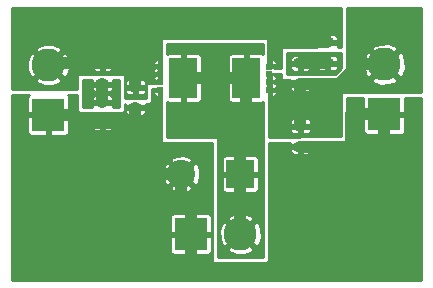
<source format=gbr>
G04 #@! TF.FileFunction,Copper,L1,Top,Signal*
%FSLAX46Y46*%
G04 Gerber Fmt 4.6, Leading zero omitted, Abs format (unit mm)*
G04 Created by KiCad (PCBNEW 4.0.7-e2-6376~58~ubuntu16.04.1) date Thu Jan 11 09:51:09 2018*
%MOMM*%
%LPD*%
G01*
G04 APERTURE LIST*
%ADD10C,0.100000*%
%ADD11R,2.400000X2.400000*%
%ADD12C,2.400000*%
%ADD13R,1.000000X0.670000*%
%ADD14R,2.800000X2.800000*%
%ADD15C,2.800000*%
%ADD16R,0.500000X0.500000*%
%ADD17R,2.400000X3.400000*%
%ADD18C,1.000000*%
%ADD19C,0.300000*%
%ADD20C,0.254000*%
G04 APERTURE END LIST*
D10*
D11*
X121158000Y-81788000D03*
D12*
X116158000Y-81788000D03*
D13*
X109474000Y-72418000D03*
X109474000Y-74168000D03*
X126238000Y-74168000D03*
X126238000Y-72418000D03*
D14*
X104899326Y-76759136D03*
D15*
X104899326Y-72559136D03*
D14*
X116958000Y-86868000D03*
D15*
X121158000Y-86868000D03*
D14*
X133350000Y-76708000D03*
D15*
X133350000Y-72508000D03*
D16*
X114382000Y-72685000D03*
X114382000Y-73335000D03*
X114382000Y-73985000D03*
X114382000Y-74635000D03*
D17*
X116332000Y-73660000D03*
D16*
X123616000Y-74635000D03*
X123616000Y-73985000D03*
X123616000Y-73335000D03*
X123616000Y-72685000D03*
D17*
X121666000Y-73660000D03*
D13*
X109474000Y-75720000D03*
X109474000Y-77470000D03*
X126238000Y-77724000D03*
X126238000Y-79474000D03*
X112268000Y-76172000D03*
X112268000Y-74422000D03*
X128524000Y-70640000D03*
X128524000Y-72390000D03*
D18*
X130528000Y-79474000D02*
X130560000Y-79442000D01*
X130560000Y-79442000D02*
X130560000Y-76708000D01*
X126238000Y-79474000D02*
X130528000Y-79474000D01*
X133350000Y-76708000D02*
X133350000Y-89662000D01*
X117606000Y-89916000D02*
X116958000Y-89268000D01*
X133350000Y-89662000D02*
X133096000Y-89916000D01*
X133096000Y-89916000D02*
X117606000Y-89916000D01*
X116958000Y-89268000D02*
X116958000Y-86868000D01*
X130560000Y-76708000D02*
X133350000Y-76708000D01*
X116158000Y-81788000D02*
X114460944Y-81788000D01*
X114460944Y-81788000D02*
X112268000Y-79595056D01*
X112268000Y-79595056D02*
X112268000Y-77470000D01*
D19*
X114018000Y-76172000D02*
X114382000Y-75808000D01*
X114382000Y-75808000D02*
X114382000Y-74635000D01*
X112268000Y-76172000D02*
X114018000Y-76172000D01*
D18*
X112268000Y-77470000D02*
X112268000Y-76172000D01*
X109474000Y-77470000D02*
X112268000Y-77470000D01*
X107847728Y-77470000D02*
X109474000Y-77470000D01*
X107136864Y-76759136D02*
X107847728Y-77470000D01*
X104899326Y-76759136D02*
X107136864Y-76759136D01*
X116158000Y-81788000D02*
X116158000Y-83485056D01*
X116158000Y-83485056D02*
X116958000Y-84285056D01*
X116958000Y-84285056D02*
X116958000Y-86868000D01*
X116078000Y-81868000D02*
X116158000Y-81788000D01*
X109474000Y-74168000D02*
X109474000Y-75720000D01*
X126238000Y-72418000D02*
X128496000Y-72418000D01*
X128496000Y-72418000D02*
X128524000Y-72390000D01*
D19*
X123616000Y-72685000D02*
X123616000Y-69170000D01*
X123616000Y-69170000D02*
X123698000Y-69088000D01*
D18*
X111469000Y-69088000D02*
X123698000Y-69088000D01*
X123698000Y-69088000D02*
X124714000Y-69088000D01*
X126238000Y-70640000D02*
X127024000Y-70640000D01*
X124714000Y-69088000D02*
X126238000Y-70612000D01*
X126238000Y-70612000D02*
X126238000Y-70640000D01*
X109474000Y-71083000D02*
X111469000Y-69088000D01*
X109474000Y-72418000D02*
X109474000Y-71083000D01*
X127024000Y-70640000D02*
X128524000Y-70640000D01*
X109474000Y-71083000D02*
X109917000Y-70640000D01*
X109474000Y-72418000D02*
X112268000Y-72418000D01*
X112268000Y-72418000D02*
X113256000Y-72418000D01*
X112268000Y-74422000D02*
X112268000Y-72418000D01*
D19*
X114382000Y-73335000D02*
X114382000Y-73985000D01*
X114382000Y-72685000D02*
X114382000Y-73335000D01*
X113256000Y-72418000D02*
X113523000Y-72685000D01*
X113523000Y-72685000D02*
X114382000Y-72685000D01*
D18*
X109474000Y-72418000D02*
X105040462Y-72418000D01*
X105040462Y-72418000D02*
X104899326Y-72559136D01*
X126238000Y-77724000D02*
X126238000Y-74168000D01*
X126238000Y-74168000D02*
X129540000Y-74168000D01*
X129540000Y-74168000D02*
X131200000Y-72508000D01*
X131200000Y-72508000D02*
X133350000Y-72508000D01*
D19*
X123616000Y-73985000D02*
X126055000Y-73985000D01*
X126055000Y-73985000D02*
X126238000Y-74168000D01*
X123616000Y-73985000D02*
X123616000Y-74635000D01*
X123616000Y-73335000D02*
X123616000Y-73985000D01*
D18*
X121158000Y-81788000D02*
X121158000Y-86868000D01*
X121158000Y-81788000D02*
X121158000Y-76868000D01*
X121158000Y-76868000D02*
X121666000Y-76360000D01*
X121666000Y-73660000D02*
X121666000Y-76360000D01*
X116332000Y-73660000D02*
X121666000Y-73660000D01*
D20*
G36*
X129667000Y-70993000D02*
X129405000Y-70993000D01*
X129405000Y-70862250D01*
X129309750Y-70767000D01*
X128651000Y-70767000D01*
X128651000Y-70787000D01*
X128397000Y-70787000D01*
X128397000Y-70767000D01*
X127738250Y-70767000D01*
X127643000Y-70862250D01*
X127643000Y-70993000D01*
X124714000Y-70993000D01*
X124664590Y-71003006D01*
X124622965Y-71031447D01*
X124595685Y-71073841D01*
X124587000Y-71120000D01*
X124587000Y-72771000D01*
X124081324Y-72771000D01*
X124017134Y-72727141D01*
X123866000Y-72696536D01*
X123571000Y-72696536D01*
X123571000Y-72149250D01*
X123741000Y-72149250D01*
X123741000Y-72560000D01*
X124151750Y-72560000D01*
X124247000Y-72464750D01*
X124247000Y-72359215D01*
X124188996Y-72219181D01*
X124081820Y-72112004D01*
X123941786Y-72054000D01*
X123836250Y-72054000D01*
X123741000Y-72149250D01*
X123571000Y-72149250D01*
X123571000Y-70358000D01*
X123560994Y-70308590D01*
X123532553Y-70266965D01*
X123490159Y-70239685D01*
X123444000Y-70231000D01*
X114554000Y-70231000D01*
X114504590Y-70241006D01*
X114462965Y-70269447D01*
X114435685Y-70311841D01*
X114427000Y-70358000D01*
X114427000Y-73996536D01*
X114132000Y-73996536D01*
X113990810Y-74023103D01*
X113962997Y-74041000D01*
X113284000Y-74041000D01*
X113234590Y-74051006D01*
X113192965Y-74079447D01*
X113165685Y-74121841D01*
X113157000Y-74168000D01*
X113157000Y-75311000D01*
X112368547Y-75311000D01*
X112268000Y-75291000D01*
X112167453Y-75311000D01*
X111379000Y-75311000D01*
X111379000Y-74644250D01*
X111387000Y-74644250D01*
X111387000Y-74832786D01*
X111445004Y-74972820D01*
X111552181Y-75079996D01*
X111692215Y-75138000D01*
X112045750Y-75138000D01*
X112141000Y-75042750D01*
X112141000Y-74549000D01*
X112395000Y-74549000D01*
X112395000Y-75042750D01*
X112490250Y-75138000D01*
X112843785Y-75138000D01*
X112983819Y-75079996D01*
X113090996Y-74972820D01*
X113149000Y-74832786D01*
X113149000Y-74644250D01*
X113053750Y-74549000D01*
X112395000Y-74549000D01*
X112141000Y-74549000D01*
X111482250Y-74549000D01*
X111387000Y-74644250D01*
X111379000Y-74644250D01*
X111379000Y-74011214D01*
X111387000Y-74011214D01*
X111387000Y-74199750D01*
X111482250Y-74295000D01*
X112141000Y-74295000D01*
X112141000Y-73801250D01*
X112395000Y-73801250D01*
X112395000Y-74295000D01*
X113053750Y-74295000D01*
X113149000Y-74199750D01*
X113149000Y-74011214D01*
X113090996Y-73871180D01*
X112983819Y-73764004D01*
X112843785Y-73706000D01*
X112490250Y-73706000D01*
X112395000Y-73801250D01*
X112141000Y-73801250D01*
X112045750Y-73706000D01*
X111692215Y-73706000D01*
X111552181Y-73764004D01*
X111445004Y-73871180D01*
X111387000Y-74011214D01*
X111379000Y-74011214D01*
X111379000Y-73555250D01*
X113751000Y-73555250D01*
X113751000Y-73764750D01*
X113846250Y-73860000D01*
X113868184Y-73860000D01*
X113916180Y-73907996D01*
X114056214Y-73966000D01*
X114161750Y-73966000D01*
X114257000Y-73870750D01*
X114257000Y-73449250D01*
X114161750Y-73354000D01*
X114056214Y-73354000D01*
X113916180Y-73412004D01*
X113868184Y-73460000D01*
X113846250Y-73460000D01*
X113751000Y-73555250D01*
X111379000Y-73555250D01*
X111379000Y-73406000D01*
X111368994Y-73356590D01*
X111340553Y-73314965D01*
X111298159Y-73287685D01*
X111252000Y-73279000D01*
X107442000Y-73279000D01*
X107392590Y-73289006D01*
X107350965Y-73317447D01*
X107323685Y-73359841D01*
X107315000Y-73406000D01*
X107315000Y-74549000D01*
X101802000Y-74549000D01*
X101802000Y-73862298D01*
X103775769Y-73862298D01*
X103937331Y-74099275D01*
X104599944Y-74350178D01*
X105308136Y-74328412D01*
X105861321Y-74099275D01*
X106022883Y-73862298D01*
X104899326Y-72738741D01*
X103775769Y-73862298D01*
X101802000Y-73862298D01*
X101802000Y-72259754D01*
X103108284Y-72259754D01*
X103130050Y-72967946D01*
X103359187Y-73521131D01*
X103596164Y-73682693D01*
X104719721Y-72559136D01*
X105078931Y-72559136D01*
X106202488Y-73682693D01*
X106439465Y-73521131D01*
X106690368Y-72858518D01*
X106683660Y-72640250D01*
X108593000Y-72640250D01*
X108593000Y-72828786D01*
X108651004Y-72968820D01*
X108758181Y-73075996D01*
X108898215Y-73134000D01*
X109251750Y-73134000D01*
X109347000Y-73038750D01*
X109347000Y-72545000D01*
X109601000Y-72545000D01*
X109601000Y-73038750D01*
X109696250Y-73134000D01*
X110049785Y-73134000D01*
X110189819Y-73075996D01*
X110296996Y-72968820D01*
X110323327Y-72905250D01*
X113751000Y-72905250D01*
X113751000Y-73114750D01*
X113846250Y-73210000D01*
X113868184Y-73210000D01*
X113916180Y-73257996D01*
X114056214Y-73316000D01*
X114161750Y-73316000D01*
X114257000Y-73220750D01*
X114257000Y-72799250D01*
X114161750Y-72704000D01*
X114056214Y-72704000D01*
X113916180Y-72762004D01*
X113868184Y-72810000D01*
X113846250Y-72810000D01*
X113751000Y-72905250D01*
X110323327Y-72905250D01*
X110355000Y-72828786D01*
X110355000Y-72640250D01*
X110259750Y-72545000D01*
X109601000Y-72545000D01*
X109347000Y-72545000D01*
X108688250Y-72545000D01*
X108593000Y-72640250D01*
X106683660Y-72640250D01*
X106675023Y-72359215D01*
X113751000Y-72359215D01*
X113751000Y-72464750D01*
X113846250Y-72560000D01*
X114257000Y-72560000D01*
X114257000Y-72149250D01*
X114161750Y-72054000D01*
X114056214Y-72054000D01*
X113916180Y-72112004D01*
X113809004Y-72219181D01*
X113751000Y-72359215D01*
X106675023Y-72359215D01*
X106668602Y-72150326D01*
X106609323Y-72007214D01*
X108593000Y-72007214D01*
X108593000Y-72195750D01*
X108688250Y-72291000D01*
X109347000Y-72291000D01*
X109347000Y-71797250D01*
X109601000Y-71797250D01*
X109601000Y-72291000D01*
X110259750Y-72291000D01*
X110355000Y-72195750D01*
X110355000Y-72007214D01*
X110296996Y-71867180D01*
X110189819Y-71760004D01*
X110049785Y-71702000D01*
X109696250Y-71702000D01*
X109601000Y-71797250D01*
X109347000Y-71797250D01*
X109251750Y-71702000D01*
X108898215Y-71702000D01*
X108758181Y-71760004D01*
X108651004Y-71867180D01*
X108593000Y-72007214D01*
X106609323Y-72007214D01*
X106439465Y-71597141D01*
X106202488Y-71435579D01*
X105078931Y-72559136D01*
X104719721Y-72559136D01*
X103596164Y-71435579D01*
X103359187Y-71597141D01*
X103108284Y-72259754D01*
X101802000Y-72259754D01*
X101802000Y-71255974D01*
X103775769Y-71255974D01*
X104899326Y-72379531D01*
X106022883Y-71255974D01*
X105861321Y-71018997D01*
X105198708Y-70768094D01*
X104490516Y-70789860D01*
X103937331Y-71018997D01*
X103775769Y-71255974D01*
X101802000Y-71255974D01*
X101802000Y-70229214D01*
X127643000Y-70229214D01*
X127643000Y-70417750D01*
X127738250Y-70513000D01*
X128397000Y-70513000D01*
X128397000Y-70019250D01*
X128651000Y-70019250D01*
X128651000Y-70513000D01*
X129309750Y-70513000D01*
X129405000Y-70417750D01*
X129405000Y-70229214D01*
X129346996Y-70089180D01*
X129239819Y-69982004D01*
X129099785Y-69924000D01*
X128746250Y-69924000D01*
X128651000Y-70019250D01*
X128397000Y-70019250D01*
X128301750Y-69924000D01*
X127948215Y-69924000D01*
X127808181Y-69982004D01*
X127701004Y-70089180D01*
X127643000Y-70229214D01*
X101802000Y-70229214D01*
X101802000Y-67766000D01*
X129667000Y-67766000D01*
X129667000Y-70993000D01*
X129667000Y-70993000D01*
G37*
X129667000Y-70993000D02*
X129405000Y-70993000D01*
X129405000Y-70862250D01*
X129309750Y-70767000D01*
X128651000Y-70767000D01*
X128651000Y-70787000D01*
X128397000Y-70787000D01*
X128397000Y-70767000D01*
X127738250Y-70767000D01*
X127643000Y-70862250D01*
X127643000Y-70993000D01*
X124714000Y-70993000D01*
X124664590Y-71003006D01*
X124622965Y-71031447D01*
X124595685Y-71073841D01*
X124587000Y-71120000D01*
X124587000Y-72771000D01*
X124081324Y-72771000D01*
X124017134Y-72727141D01*
X123866000Y-72696536D01*
X123571000Y-72696536D01*
X123571000Y-72149250D01*
X123741000Y-72149250D01*
X123741000Y-72560000D01*
X124151750Y-72560000D01*
X124247000Y-72464750D01*
X124247000Y-72359215D01*
X124188996Y-72219181D01*
X124081820Y-72112004D01*
X123941786Y-72054000D01*
X123836250Y-72054000D01*
X123741000Y-72149250D01*
X123571000Y-72149250D01*
X123571000Y-70358000D01*
X123560994Y-70308590D01*
X123532553Y-70266965D01*
X123490159Y-70239685D01*
X123444000Y-70231000D01*
X114554000Y-70231000D01*
X114504590Y-70241006D01*
X114462965Y-70269447D01*
X114435685Y-70311841D01*
X114427000Y-70358000D01*
X114427000Y-73996536D01*
X114132000Y-73996536D01*
X113990810Y-74023103D01*
X113962997Y-74041000D01*
X113284000Y-74041000D01*
X113234590Y-74051006D01*
X113192965Y-74079447D01*
X113165685Y-74121841D01*
X113157000Y-74168000D01*
X113157000Y-75311000D01*
X112368547Y-75311000D01*
X112268000Y-75291000D01*
X112167453Y-75311000D01*
X111379000Y-75311000D01*
X111379000Y-74644250D01*
X111387000Y-74644250D01*
X111387000Y-74832786D01*
X111445004Y-74972820D01*
X111552181Y-75079996D01*
X111692215Y-75138000D01*
X112045750Y-75138000D01*
X112141000Y-75042750D01*
X112141000Y-74549000D01*
X112395000Y-74549000D01*
X112395000Y-75042750D01*
X112490250Y-75138000D01*
X112843785Y-75138000D01*
X112983819Y-75079996D01*
X113090996Y-74972820D01*
X113149000Y-74832786D01*
X113149000Y-74644250D01*
X113053750Y-74549000D01*
X112395000Y-74549000D01*
X112141000Y-74549000D01*
X111482250Y-74549000D01*
X111387000Y-74644250D01*
X111379000Y-74644250D01*
X111379000Y-74011214D01*
X111387000Y-74011214D01*
X111387000Y-74199750D01*
X111482250Y-74295000D01*
X112141000Y-74295000D01*
X112141000Y-73801250D01*
X112395000Y-73801250D01*
X112395000Y-74295000D01*
X113053750Y-74295000D01*
X113149000Y-74199750D01*
X113149000Y-74011214D01*
X113090996Y-73871180D01*
X112983819Y-73764004D01*
X112843785Y-73706000D01*
X112490250Y-73706000D01*
X112395000Y-73801250D01*
X112141000Y-73801250D01*
X112045750Y-73706000D01*
X111692215Y-73706000D01*
X111552181Y-73764004D01*
X111445004Y-73871180D01*
X111387000Y-74011214D01*
X111379000Y-74011214D01*
X111379000Y-73555250D01*
X113751000Y-73555250D01*
X113751000Y-73764750D01*
X113846250Y-73860000D01*
X113868184Y-73860000D01*
X113916180Y-73907996D01*
X114056214Y-73966000D01*
X114161750Y-73966000D01*
X114257000Y-73870750D01*
X114257000Y-73449250D01*
X114161750Y-73354000D01*
X114056214Y-73354000D01*
X113916180Y-73412004D01*
X113868184Y-73460000D01*
X113846250Y-73460000D01*
X113751000Y-73555250D01*
X111379000Y-73555250D01*
X111379000Y-73406000D01*
X111368994Y-73356590D01*
X111340553Y-73314965D01*
X111298159Y-73287685D01*
X111252000Y-73279000D01*
X107442000Y-73279000D01*
X107392590Y-73289006D01*
X107350965Y-73317447D01*
X107323685Y-73359841D01*
X107315000Y-73406000D01*
X107315000Y-74549000D01*
X101802000Y-74549000D01*
X101802000Y-73862298D01*
X103775769Y-73862298D01*
X103937331Y-74099275D01*
X104599944Y-74350178D01*
X105308136Y-74328412D01*
X105861321Y-74099275D01*
X106022883Y-73862298D01*
X104899326Y-72738741D01*
X103775769Y-73862298D01*
X101802000Y-73862298D01*
X101802000Y-72259754D01*
X103108284Y-72259754D01*
X103130050Y-72967946D01*
X103359187Y-73521131D01*
X103596164Y-73682693D01*
X104719721Y-72559136D01*
X105078931Y-72559136D01*
X106202488Y-73682693D01*
X106439465Y-73521131D01*
X106690368Y-72858518D01*
X106683660Y-72640250D01*
X108593000Y-72640250D01*
X108593000Y-72828786D01*
X108651004Y-72968820D01*
X108758181Y-73075996D01*
X108898215Y-73134000D01*
X109251750Y-73134000D01*
X109347000Y-73038750D01*
X109347000Y-72545000D01*
X109601000Y-72545000D01*
X109601000Y-73038750D01*
X109696250Y-73134000D01*
X110049785Y-73134000D01*
X110189819Y-73075996D01*
X110296996Y-72968820D01*
X110323327Y-72905250D01*
X113751000Y-72905250D01*
X113751000Y-73114750D01*
X113846250Y-73210000D01*
X113868184Y-73210000D01*
X113916180Y-73257996D01*
X114056214Y-73316000D01*
X114161750Y-73316000D01*
X114257000Y-73220750D01*
X114257000Y-72799250D01*
X114161750Y-72704000D01*
X114056214Y-72704000D01*
X113916180Y-72762004D01*
X113868184Y-72810000D01*
X113846250Y-72810000D01*
X113751000Y-72905250D01*
X110323327Y-72905250D01*
X110355000Y-72828786D01*
X110355000Y-72640250D01*
X110259750Y-72545000D01*
X109601000Y-72545000D01*
X109347000Y-72545000D01*
X108688250Y-72545000D01*
X108593000Y-72640250D01*
X106683660Y-72640250D01*
X106675023Y-72359215D01*
X113751000Y-72359215D01*
X113751000Y-72464750D01*
X113846250Y-72560000D01*
X114257000Y-72560000D01*
X114257000Y-72149250D01*
X114161750Y-72054000D01*
X114056214Y-72054000D01*
X113916180Y-72112004D01*
X113809004Y-72219181D01*
X113751000Y-72359215D01*
X106675023Y-72359215D01*
X106668602Y-72150326D01*
X106609323Y-72007214D01*
X108593000Y-72007214D01*
X108593000Y-72195750D01*
X108688250Y-72291000D01*
X109347000Y-72291000D01*
X109347000Y-71797250D01*
X109601000Y-71797250D01*
X109601000Y-72291000D01*
X110259750Y-72291000D01*
X110355000Y-72195750D01*
X110355000Y-72007214D01*
X110296996Y-71867180D01*
X110189819Y-71760004D01*
X110049785Y-71702000D01*
X109696250Y-71702000D01*
X109601000Y-71797250D01*
X109347000Y-71797250D01*
X109251750Y-71702000D01*
X108898215Y-71702000D01*
X108758181Y-71760004D01*
X108651004Y-71867180D01*
X108593000Y-72007214D01*
X106609323Y-72007214D01*
X106439465Y-71597141D01*
X106202488Y-71435579D01*
X105078931Y-72559136D01*
X104719721Y-72559136D01*
X103596164Y-71435579D01*
X103359187Y-71597141D01*
X103108284Y-72259754D01*
X101802000Y-72259754D01*
X101802000Y-71255974D01*
X103775769Y-71255974D01*
X104899326Y-72379531D01*
X106022883Y-71255974D01*
X105861321Y-71018997D01*
X105198708Y-70768094D01*
X104490516Y-70789860D01*
X103937331Y-71018997D01*
X103775769Y-71255974D01*
X101802000Y-71255974D01*
X101802000Y-70229214D01*
X127643000Y-70229214D01*
X127643000Y-70417750D01*
X127738250Y-70513000D01*
X128397000Y-70513000D01*
X128397000Y-70019250D01*
X128651000Y-70019250D01*
X128651000Y-70513000D01*
X129309750Y-70513000D01*
X129405000Y-70417750D01*
X129405000Y-70229214D01*
X129346996Y-70089180D01*
X129239819Y-69982004D01*
X129099785Y-69924000D01*
X128746250Y-69924000D01*
X128651000Y-70019250D01*
X128397000Y-70019250D01*
X128301750Y-69924000D01*
X127948215Y-69924000D01*
X127808181Y-69982004D01*
X127701004Y-70089180D01*
X127643000Y-70229214D01*
X101802000Y-70229214D01*
X101802000Y-67766000D01*
X129667000Y-67766000D01*
X129667000Y-70993000D01*
G36*
X108593000Y-73945750D02*
X108688250Y-74041000D01*
X109347000Y-74041000D01*
X109347000Y-74021000D01*
X109601000Y-74021000D01*
X109601000Y-74041000D01*
X110259750Y-74041000D01*
X110355000Y-73945750D01*
X110355000Y-73787000D01*
X110871000Y-73787000D01*
X110871000Y-76073000D01*
X110355000Y-76073000D01*
X110355000Y-75942250D01*
X110259750Y-75847000D01*
X109601000Y-75847000D01*
X109601000Y-75867000D01*
X109347000Y-75867000D01*
X109347000Y-75847000D01*
X108688250Y-75847000D01*
X108593000Y-75942250D01*
X108593000Y-76073000D01*
X107823000Y-76073000D01*
X107823000Y-75309214D01*
X108593000Y-75309214D01*
X108593000Y-75497750D01*
X108688250Y-75593000D01*
X109347000Y-75593000D01*
X109347000Y-75099250D01*
X109601000Y-75099250D01*
X109601000Y-75593000D01*
X110259750Y-75593000D01*
X110355000Y-75497750D01*
X110355000Y-75309214D01*
X110296996Y-75169180D01*
X110189819Y-75062004D01*
X110049785Y-75004000D01*
X109696250Y-75004000D01*
X109601000Y-75099250D01*
X109347000Y-75099250D01*
X109251750Y-75004000D01*
X108898215Y-75004000D01*
X108758181Y-75062004D01*
X108651004Y-75169180D01*
X108593000Y-75309214D01*
X107823000Y-75309214D01*
X107823000Y-74390250D01*
X108593000Y-74390250D01*
X108593000Y-74578786D01*
X108651004Y-74718820D01*
X108758181Y-74825996D01*
X108898215Y-74884000D01*
X109251750Y-74884000D01*
X109347000Y-74788750D01*
X109347000Y-74295000D01*
X109601000Y-74295000D01*
X109601000Y-74788750D01*
X109696250Y-74884000D01*
X110049785Y-74884000D01*
X110189819Y-74825996D01*
X110296996Y-74718820D01*
X110355000Y-74578786D01*
X110355000Y-74390250D01*
X110259750Y-74295000D01*
X109601000Y-74295000D01*
X109347000Y-74295000D01*
X108688250Y-74295000D01*
X108593000Y-74390250D01*
X107823000Y-74390250D01*
X107823000Y-73787000D01*
X108593000Y-73787000D01*
X108593000Y-73945750D01*
X108593000Y-73945750D01*
G37*
X108593000Y-73945750D02*
X108688250Y-74041000D01*
X109347000Y-74041000D01*
X109347000Y-74021000D01*
X109601000Y-74021000D01*
X109601000Y-74041000D01*
X110259750Y-74041000D01*
X110355000Y-73945750D01*
X110355000Y-73787000D01*
X110871000Y-73787000D01*
X110871000Y-76073000D01*
X110355000Y-76073000D01*
X110355000Y-75942250D01*
X110259750Y-75847000D01*
X109601000Y-75847000D01*
X109601000Y-75867000D01*
X109347000Y-75867000D01*
X109347000Y-75847000D01*
X108688250Y-75847000D01*
X108593000Y-75942250D01*
X108593000Y-76073000D01*
X107823000Y-76073000D01*
X107823000Y-75309214D01*
X108593000Y-75309214D01*
X108593000Y-75497750D01*
X108688250Y-75593000D01*
X109347000Y-75593000D01*
X109347000Y-75099250D01*
X109601000Y-75099250D01*
X109601000Y-75593000D01*
X110259750Y-75593000D01*
X110355000Y-75497750D01*
X110355000Y-75309214D01*
X110296996Y-75169180D01*
X110189819Y-75062004D01*
X110049785Y-75004000D01*
X109696250Y-75004000D01*
X109601000Y-75099250D01*
X109347000Y-75099250D01*
X109251750Y-75004000D01*
X108898215Y-75004000D01*
X108758181Y-75062004D01*
X108651004Y-75169180D01*
X108593000Y-75309214D01*
X107823000Y-75309214D01*
X107823000Y-74390250D01*
X108593000Y-74390250D01*
X108593000Y-74578786D01*
X108651004Y-74718820D01*
X108758181Y-74825996D01*
X108898215Y-74884000D01*
X109251750Y-74884000D01*
X109347000Y-74788750D01*
X109347000Y-74295000D01*
X109601000Y-74295000D01*
X109601000Y-74788750D01*
X109696250Y-74884000D01*
X110049785Y-74884000D01*
X110189819Y-74825996D01*
X110296996Y-74718820D01*
X110355000Y-74578786D01*
X110355000Y-74390250D01*
X110259750Y-74295000D01*
X109601000Y-74295000D01*
X109347000Y-74295000D01*
X108688250Y-74295000D01*
X108593000Y-74390250D01*
X107823000Y-74390250D01*
X107823000Y-73787000D01*
X108593000Y-73787000D01*
X108593000Y-73945750D01*
G36*
X126238000Y-71521000D02*
X128524000Y-71521000D01*
X128624547Y-71501000D01*
X129667000Y-71501000D01*
X129667000Y-72795078D01*
X129183078Y-73279000D01*
X125095000Y-73279000D01*
X125095000Y-72640250D01*
X125357000Y-72640250D01*
X125357000Y-72828786D01*
X125415004Y-72968820D01*
X125522181Y-73075996D01*
X125662215Y-73134000D01*
X126015750Y-73134000D01*
X126111000Y-73038750D01*
X126111000Y-72545000D01*
X126365000Y-72545000D01*
X126365000Y-73038750D01*
X126460250Y-73134000D01*
X126813785Y-73134000D01*
X126953819Y-73075996D01*
X127060996Y-72968820D01*
X127119000Y-72828786D01*
X127119000Y-72640250D01*
X127091000Y-72612250D01*
X127643000Y-72612250D01*
X127643000Y-72800786D01*
X127701004Y-72940820D01*
X127808181Y-73047996D01*
X127948215Y-73106000D01*
X128301750Y-73106000D01*
X128397000Y-73010750D01*
X128397000Y-72517000D01*
X128651000Y-72517000D01*
X128651000Y-73010750D01*
X128746250Y-73106000D01*
X129099785Y-73106000D01*
X129239819Y-73047996D01*
X129346996Y-72940820D01*
X129405000Y-72800786D01*
X129405000Y-72612250D01*
X129309750Y-72517000D01*
X128651000Y-72517000D01*
X128397000Y-72517000D01*
X127738250Y-72517000D01*
X127643000Y-72612250D01*
X127091000Y-72612250D01*
X127023750Y-72545000D01*
X126365000Y-72545000D01*
X126111000Y-72545000D01*
X125452250Y-72545000D01*
X125357000Y-72640250D01*
X125095000Y-72640250D01*
X125095000Y-72007214D01*
X125357000Y-72007214D01*
X125357000Y-72195750D01*
X125452250Y-72291000D01*
X126111000Y-72291000D01*
X126111000Y-71797250D01*
X126365000Y-71797250D01*
X126365000Y-72291000D01*
X127023750Y-72291000D01*
X127119000Y-72195750D01*
X127119000Y-72007214D01*
X127107403Y-71979214D01*
X127643000Y-71979214D01*
X127643000Y-72167750D01*
X127738250Y-72263000D01*
X128397000Y-72263000D01*
X128397000Y-71769250D01*
X128651000Y-71769250D01*
X128651000Y-72263000D01*
X129309750Y-72263000D01*
X129405000Y-72167750D01*
X129405000Y-71979214D01*
X129346996Y-71839180D01*
X129239819Y-71732004D01*
X129099785Y-71674000D01*
X128746250Y-71674000D01*
X128651000Y-71769250D01*
X128397000Y-71769250D01*
X128301750Y-71674000D01*
X127948215Y-71674000D01*
X127808181Y-71732004D01*
X127701004Y-71839180D01*
X127643000Y-71979214D01*
X127107403Y-71979214D01*
X127060996Y-71867180D01*
X126953819Y-71760004D01*
X126813785Y-71702000D01*
X126460250Y-71702000D01*
X126365000Y-71797250D01*
X126111000Y-71797250D01*
X126015750Y-71702000D01*
X125662215Y-71702000D01*
X125522181Y-71760004D01*
X125415004Y-71867180D01*
X125357000Y-72007214D01*
X125095000Y-72007214D01*
X125095000Y-71501000D01*
X126137453Y-71501000D01*
X126238000Y-71521000D01*
X126238000Y-71521000D01*
G37*
X126238000Y-71521000D02*
X128524000Y-71521000D01*
X128624547Y-71501000D01*
X129667000Y-71501000D01*
X129667000Y-72795078D01*
X129183078Y-73279000D01*
X125095000Y-73279000D01*
X125095000Y-72640250D01*
X125357000Y-72640250D01*
X125357000Y-72828786D01*
X125415004Y-72968820D01*
X125522181Y-73075996D01*
X125662215Y-73134000D01*
X126015750Y-73134000D01*
X126111000Y-73038750D01*
X126111000Y-72545000D01*
X126365000Y-72545000D01*
X126365000Y-73038750D01*
X126460250Y-73134000D01*
X126813785Y-73134000D01*
X126953819Y-73075996D01*
X127060996Y-72968820D01*
X127119000Y-72828786D01*
X127119000Y-72640250D01*
X127091000Y-72612250D01*
X127643000Y-72612250D01*
X127643000Y-72800786D01*
X127701004Y-72940820D01*
X127808181Y-73047996D01*
X127948215Y-73106000D01*
X128301750Y-73106000D01*
X128397000Y-73010750D01*
X128397000Y-72517000D01*
X128651000Y-72517000D01*
X128651000Y-73010750D01*
X128746250Y-73106000D01*
X129099785Y-73106000D01*
X129239819Y-73047996D01*
X129346996Y-72940820D01*
X129405000Y-72800786D01*
X129405000Y-72612250D01*
X129309750Y-72517000D01*
X128651000Y-72517000D01*
X128397000Y-72517000D01*
X127738250Y-72517000D01*
X127643000Y-72612250D01*
X127091000Y-72612250D01*
X127023750Y-72545000D01*
X126365000Y-72545000D01*
X126111000Y-72545000D01*
X125452250Y-72545000D01*
X125357000Y-72640250D01*
X125095000Y-72640250D01*
X125095000Y-72007214D01*
X125357000Y-72007214D01*
X125357000Y-72195750D01*
X125452250Y-72291000D01*
X126111000Y-72291000D01*
X126111000Y-71797250D01*
X126365000Y-71797250D01*
X126365000Y-72291000D01*
X127023750Y-72291000D01*
X127119000Y-72195750D01*
X127119000Y-72007214D01*
X127107403Y-71979214D01*
X127643000Y-71979214D01*
X127643000Y-72167750D01*
X127738250Y-72263000D01*
X128397000Y-72263000D01*
X128397000Y-71769250D01*
X128651000Y-71769250D01*
X128651000Y-72263000D01*
X129309750Y-72263000D01*
X129405000Y-72167750D01*
X129405000Y-71979214D01*
X129346996Y-71839180D01*
X129239819Y-71732004D01*
X129099785Y-71674000D01*
X128746250Y-71674000D01*
X128651000Y-71769250D01*
X128397000Y-71769250D01*
X128301750Y-71674000D01*
X127948215Y-71674000D01*
X127808181Y-71732004D01*
X127701004Y-71839180D01*
X127643000Y-71979214D01*
X127107403Y-71979214D01*
X127060996Y-71867180D01*
X126953819Y-71760004D01*
X126813785Y-71702000D01*
X126460250Y-71702000D01*
X126365000Y-71797250D01*
X126111000Y-71797250D01*
X126015750Y-71702000D01*
X125662215Y-71702000D01*
X125522181Y-71760004D01*
X125415004Y-71867180D01*
X125357000Y-72007214D01*
X125095000Y-72007214D01*
X125095000Y-71501000D01*
X126137453Y-71501000D01*
X126238000Y-71521000D01*
G36*
X123063000Y-71629208D02*
X122941786Y-71579000D01*
X121888250Y-71579000D01*
X121793000Y-71674250D01*
X121793000Y-73533000D01*
X121813000Y-73533000D01*
X121813000Y-73787000D01*
X121793000Y-73787000D01*
X121793000Y-75645750D01*
X121888250Y-75741000D01*
X122941786Y-75741000D01*
X123063000Y-75690792D01*
X123063000Y-88773000D01*
X119253000Y-88773000D01*
X119253000Y-88171162D01*
X120034443Y-88171162D01*
X120196005Y-88408139D01*
X120858618Y-88659042D01*
X121566810Y-88637276D01*
X122119995Y-88408139D01*
X122281557Y-88171162D01*
X121158000Y-87047605D01*
X120034443Y-88171162D01*
X119253000Y-88171162D01*
X119253000Y-86568618D01*
X119366958Y-86568618D01*
X119388724Y-87276810D01*
X119617861Y-87829995D01*
X119854838Y-87991557D01*
X120978395Y-86868000D01*
X121337605Y-86868000D01*
X122461162Y-87991557D01*
X122698139Y-87829995D01*
X122949042Y-87167382D01*
X122927276Y-86459190D01*
X122698139Y-85906005D01*
X122461162Y-85744443D01*
X121337605Y-86868000D01*
X120978395Y-86868000D01*
X119854838Y-85744443D01*
X119617861Y-85906005D01*
X119366958Y-86568618D01*
X119253000Y-86568618D01*
X119253000Y-85564838D01*
X120034443Y-85564838D01*
X121158000Y-86688395D01*
X122281557Y-85564838D01*
X122119995Y-85327861D01*
X121457382Y-85076958D01*
X120749190Y-85098724D01*
X120196005Y-85327861D01*
X120034443Y-85564838D01*
X119253000Y-85564838D01*
X119253000Y-82010250D01*
X119577000Y-82010250D01*
X119577000Y-83063785D01*
X119635004Y-83203819D01*
X119742180Y-83310996D01*
X119882214Y-83369000D01*
X120935750Y-83369000D01*
X121031000Y-83273750D01*
X121031000Y-81915000D01*
X121285000Y-81915000D01*
X121285000Y-83273750D01*
X121380250Y-83369000D01*
X122433786Y-83369000D01*
X122573820Y-83310996D01*
X122680996Y-83203819D01*
X122739000Y-83063785D01*
X122739000Y-82010250D01*
X122643750Y-81915000D01*
X121285000Y-81915000D01*
X121031000Y-81915000D01*
X119672250Y-81915000D01*
X119577000Y-82010250D01*
X119253000Y-82010250D01*
X119253000Y-80512215D01*
X119577000Y-80512215D01*
X119577000Y-81565750D01*
X119672250Y-81661000D01*
X121031000Y-81661000D01*
X121031000Y-80302250D01*
X121285000Y-80302250D01*
X121285000Y-81661000D01*
X122643750Y-81661000D01*
X122739000Y-81565750D01*
X122739000Y-80512215D01*
X122680996Y-80372181D01*
X122573820Y-80265004D01*
X122433786Y-80207000D01*
X121380250Y-80207000D01*
X121285000Y-80302250D01*
X121031000Y-80302250D01*
X120935750Y-80207000D01*
X119882214Y-80207000D01*
X119742180Y-80265004D01*
X119635004Y-80372181D01*
X119577000Y-80512215D01*
X119253000Y-80512215D01*
X119253000Y-78740000D01*
X119242994Y-78690590D01*
X119214553Y-78648965D01*
X119172159Y-78621685D01*
X119126000Y-78613000D01*
X114935000Y-78613000D01*
X114935000Y-75690792D01*
X115056214Y-75741000D01*
X116109750Y-75741000D01*
X116205000Y-75645750D01*
X116205000Y-73787000D01*
X116459000Y-73787000D01*
X116459000Y-75645750D01*
X116554250Y-75741000D01*
X117607786Y-75741000D01*
X117747820Y-75682996D01*
X117854996Y-75575819D01*
X117913000Y-75435785D01*
X117913000Y-73882250D01*
X120085000Y-73882250D01*
X120085000Y-75435785D01*
X120143004Y-75575819D01*
X120250180Y-75682996D01*
X120390214Y-75741000D01*
X121443750Y-75741000D01*
X121539000Y-75645750D01*
X121539000Y-73787000D01*
X120180250Y-73787000D01*
X120085000Y-73882250D01*
X117913000Y-73882250D01*
X117817750Y-73787000D01*
X116459000Y-73787000D01*
X116205000Y-73787000D01*
X116185000Y-73787000D01*
X116185000Y-73533000D01*
X116205000Y-73533000D01*
X116205000Y-71674250D01*
X116459000Y-71674250D01*
X116459000Y-73533000D01*
X117817750Y-73533000D01*
X117913000Y-73437750D01*
X117913000Y-71884215D01*
X120085000Y-71884215D01*
X120085000Y-73437750D01*
X120180250Y-73533000D01*
X121539000Y-73533000D01*
X121539000Y-71674250D01*
X121443750Y-71579000D01*
X120390214Y-71579000D01*
X120250180Y-71637004D01*
X120143004Y-71744181D01*
X120085000Y-71884215D01*
X117913000Y-71884215D01*
X117854996Y-71744181D01*
X117747820Y-71637004D01*
X117607786Y-71579000D01*
X116554250Y-71579000D01*
X116459000Y-71674250D01*
X116205000Y-71674250D01*
X116109750Y-71579000D01*
X115056214Y-71579000D01*
X114935000Y-71629208D01*
X114935000Y-70739000D01*
X123063000Y-70739000D01*
X123063000Y-71629208D01*
X123063000Y-71629208D01*
G37*
X123063000Y-71629208D02*
X122941786Y-71579000D01*
X121888250Y-71579000D01*
X121793000Y-71674250D01*
X121793000Y-73533000D01*
X121813000Y-73533000D01*
X121813000Y-73787000D01*
X121793000Y-73787000D01*
X121793000Y-75645750D01*
X121888250Y-75741000D01*
X122941786Y-75741000D01*
X123063000Y-75690792D01*
X123063000Y-88773000D01*
X119253000Y-88773000D01*
X119253000Y-88171162D01*
X120034443Y-88171162D01*
X120196005Y-88408139D01*
X120858618Y-88659042D01*
X121566810Y-88637276D01*
X122119995Y-88408139D01*
X122281557Y-88171162D01*
X121158000Y-87047605D01*
X120034443Y-88171162D01*
X119253000Y-88171162D01*
X119253000Y-86568618D01*
X119366958Y-86568618D01*
X119388724Y-87276810D01*
X119617861Y-87829995D01*
X119854838Y-87991557D01*
X120978395Y-86868000D01*
X121337605Y-86868000D01*
X122461162Y-87991557D01*
X122698139Y-87829995D01*
X122949042Y-87167382D01*
X122927276Y-86459190D01*
X122698139Y-85906005D01*
X122461162Y-85744443D01*
X121337605Y-86868000D01*
X120978395Y-86868000D01*
X119854838Y-85744443D01*
X119617861Y-85906005D01*
X119366958Y-86568618D01*
X119253000Y-86568618D01*
X119253000Y-85564838D01*
X120034443Y-85564838D01*
X121158000Y-86688395D01*
X122281557Y-85564838D01*
X122119995Y-85327861D01*
X121457382Y-85076958D01*
X120749190Y-85098724D01*
X120196005Y-85327861D01*
X120034443Y-85564838D01*
X119253000Y-85564838D01*
X119253000Y-82010250D01*
X119577000Y-82010250D01*
X119577000Y-83063785D01*
X119635004Y-83203819D01*
X119742180Y-83310996D01*
X119882214Y-83369000D01*
X120935750Y-83369000D01*
X121031000Y-83273750D01*
X121031000Y-81915000D01*
X121285000Y-81915000D01*
X121285000Y-83273750D01*
X121380250Y-83369000D01*
X122433786Y-83369000D01*
X122573820Y-83310996D01*
X122680996Y-83203819D01*
X122739000Y-83063785D01*
X122739000Y-82010250D01*
X122643750Y-81915000D01*
X121285000Y-81915000D01*
X121031000Y-81915000D01*
X119672250Y-81915000D01*
X119577000Y-82010250D01*
X119253000Y-82010250D01*
X119253000Y-80512215D01*
X119577000Y-80512215D01*
X119577000Y-81565750D01*
X119672250Y-81661000D01*
X121031000Y-81661000D01*
X121031000Y-80302250D01*
X121285000Y-80302250D01*
X121285000Y-81661000D01*
X122643750Y-81661000D01*
X122739000Y-81565750D01*
X122739000Y-80512215D01*
X122680996Y-80372181D01*
X122573820Y-80265004D01*
X122433786Y-80207000D01*
X121380250Y-80207000D01*
X121285000Y-80302250D01*
X121031000Y-80302250D01*
X120935750Y-80207000D01*
X119882214Y-80207000D01*
X119742180Y-80265004D01*
X119635004Y-80372181D01*
X119577000Y-80512215D01*
X119253000Y-80512215D01*
X119253000Y-78740000D01*
X119242994Y-78690590D01*
X119214553Y-78648965D01*
X119172159Y-78621685D01*
X119126000Y-78613000D01*
X114935000Y-78613000D01*
X114935000Y-75690792D01*
X115056214Y-75741000D01*
X116109750Y-75741000D01*
X116205000Y-75645750D01*
X116205000Y-73787000D01*
X116459000Y-73787000D01*
X116459000Y-75645750D01*
X116554250Y-75741000D01*
X117607786Y-75741000D01*
X117747820Y-75682996D01*
X117854996Y-75575819D01*
X117913000Y-75435785D01*
X117913000Y-73882250D01*
X120085000Y-73882250D01*
X120085000Y-75435785D01*
X120143004Y-75575819D01*
X120250180Y-75682996D01*
X120390214Y-75741000D01*
X121443750Y-75741000D01*
X121539000Y-75645750D01*
X121539000Y-73787000D01*
X120180250Y-73787000D01*
X120085000Y-73882250D01*
X117913000Y-73882250D01*
X117817750Y-73787000D01*
X116459000Y-73787000D01*
X116205000Y-73787000D01*
X116185000Y-73787000D01*
X116185000Y-73533000D01*
X116205000Y-73533000D01*
X116205000Y-71674250D01*
X116459000Y-71674250D01*
X116459000Y-73533000D01*
X117817750Y-73533000D01*
X117913000Y-73437750D01*
X117913000Y-71884215D01*
X120085000Y-71884215D01*
X120085000Y-73437750D01*
X120180250Y-73533000D01*
X121539000Y-73533000D01*
X121539000Y-71674250D01*
X121443750Y-71579000D01*
X120390214Y-71579000D01*
X120250180Y-71637004D01*
X120143004Y-71744181D01*
X120085000Y-71884215D01*
X117913000Y-71884215D01*
X117854996Y-71744181D01*
X117747820Y-71637004D01*
X117607786Y-71579000D01*
X116554250Y-71579000D01*
X116459000Y-71674250D01*
X116205000Y-71674250D01*
X116109750Y-71579000D01*
X115056214Y-71579000D01*
X114935000Y-71629208D01*
X114935000Y-70739000D01*
X123063000Y-70739000D01*
X123063000Y-71629208D01*
G36*
X136450000Y-74803000D02*
X129794000Y-74803000D01*
X129744590Y-74813006D01*
X129702965Y-74841447D01*
X129675685Y-74883841D01*
X129667000Y-74930000D01*
X129667000Y-78593000D01*
X126238000Y-78593000D01*
X126137453Y-78613000D01*
X123571000Y-78613000D01*
X123571000Y-77946250D01*
X125357000Y-77946250D01*
X125357000Y-78134786D01*
X125415004Y-78274820D01*
X125522181Y-78381996D01*
X125662215Y-78440000D01*
X126015750Y-78440000D01*
X126111000Y-78344750D01*
X126111000Y-77851000D01*
X126365000Y-77851000D01*
X126365000Y-78344750D01*
X126460250Y-78440000D01*
X126813785Y-78440000D01*
X126953819Y-78381996D01*
X127060996Y-78274820D01*
X127119000Y-78134786D01*
X127119000Y-77946250D01*
X127023750Y-77851000D01*
X126365000Y-77851000D01*
X126111000Y-77851000D01*
X125452250Y-77851000D01*
X125357000Y-77946250D01*
X123571000Y-77946250D01*
X123571000Y-77313214D01*
X125357000Y-77313214D01*
X125357000Y-77501750D01*
X125452250Y-77597000D01*
X126111000Y-77597000D01*
X126111000Y-77103250D01*
X126365000Y-77103250D01*
X126365000Y-77597000D01*
X127023750Y-77597000D01*
X127119000Y-77501750D01*
X127119000Y-77313214D01*
X127060996Y-77173180D01*
X126953819Y-77066004D01*
X126813785Y-77008000D01*
X126460250Y-77008000D01*
X126365000Y-77103250D01*
X126111000Y-77103250D01*
X126015750Y-77008000D01*
X125662215Y-77008000D01*
X125522181Y-77066004D01*
X125415004Y-77173180D01*
X125357000Y-77313214D01*
X123571000Y-77313214D01*
X123571000Y-74760000D01*
X123741000Y-74760000D01*
X123741000Y-75170750D01*
X123836250Y-75266000D01*
X123941786Y-75266000D01*
X124081820Y-75207996D01*
X124188996Y-75100819D01*
X124247000Y-74960785D01*
X124247000Y-74855250D01*
X124151750Y-74760000D01*
X123741000Y-74760000D01*
X123571000Y-74760000D01*
X123571000Y-74099250D01*
X123741000Y-74099250D01*
X123741000Y-74520750D01*
X123836250Y-74616000D01*
X123941786Y-74616000D01*
X124081820Y-74557996D01*
X124129816Y-74510000D01*
X124151750Y-74510000D01*
X124247000Y-74414750D01*
X124247000Y-74390250D01*
X125357000Y-74390250D01*
X125357000Y-74578786D01*
X125415004Y-74718820D01*
X125522181Y-74825996D01*
X125662215Y-74884000D01*
X126015750Y-74884000D01*
X126111000Y-74788750D01*
X126111000Y-74295000D01*
X126365000Y-74295000D01*
X126365000Y-74788750D01*
X126460250Y-74884000D01*
X126813785Y-74884000D01*
X126953819Y-74825996D01*
X127060996Y-74718820D01*
X127119000Y-74578786D01*
X127119000Y-74390250D01*
X127023750Y-74295000D01*
X126365000Y-74295000D01*
X126111000Y-74295000D01*
X125452250Y-74295000D01*
X125357000Y-74390250D01*
X124247000Y-74390250D01*
X124247000Y-74205250D01*
X124151750Y-74110000D01*
X124129816Y-74110000D01*
X124081820Y-74062004D01*
X123941786Y-74004000D01*
X123836250Y-74004000D01*
X123741000Y-74099250D01*
X123571000Y-74099250D01*
X123571000Y-73449250D01*
X123741000Y-73449250D01*
X123741000Y-73870750D01*
X123836250Y-73966000D01*
X123941786Y-73966000D01*
X124081820Y-73907996D01*
X124129816Y-73860000D01*
X124151750Y-73860000D01*
X124247000Y-73764750D01*
X124247000Y-73555250D01*
X124151750Y-73460000D01*
X124129816Y-73460000D01*
X124081820Y-73412004D01*
X123941786Y-73354000D01*
X123836250Y-73354000D01*
X123741000Y-73449250D01*
X123571000Y-73449250D01*
X123571000Y-73323464D01*
X123866000Y-73323464D01*
X124007190Y-73296897D01*
X124035003Y-73279000D01*
X124587000Y-73279000D01*
X124587000Y-73660000D01*
X124597006Y-73709410D01*
X124625447Y-73751035D01*
X124667841Y-73778315D01*
X124714000Y-73787000D01*
X125357000Y-73787000D01*
X125357000Y-73945750D01*
X125452250Y-74041000D01*
X126111000Y-74041000D01*
X126111000Y-74021000D01*
X126365000Y-74021000D01*
X126365000Y-74041000D01*
X127023750Y-74041000D01*
X127119000Y-73945750D01*
X127119000Y-73811162D01*
X132226443Y-73811162D01*
X132388005Y-74048139D01*
X133050618Y-74299042D01*
X133758810Y-74277276D01*
X134311995Y-74048139D01*
X134473557Y-73811162D01*
X133350000Y-72687605D01*
X132226443Y-73811162D01*
X127119000Y-73811162D01*
X127119000Y-73787000D01*
X129286000Y-73787000D01*
X129335410Y-73776994D01*
X129375803Y-73749803D01*
X130137803Y-72987803D01*
X130165666Y-72945789D01*
X130175000Y-72898000D01*
X130175000Y-72208618D01*
X131558958Y-72208618D01*
X131580724Y-72916810D01*
X131809861Y-73469995D01*
X132046838Y-73631557D01*
X133170395Y-72508000D01*
X133529605Y-72508000D01*
X134653162Y-73631557D01*
X134890139Y-73469995D01*
X135141042Y-72807382D01*
X135119276Y-72099190D01*
X134890139Y-71546005D01*
X134653162Y-71384443D01*
X133529605Y-72508000D01*
X133170395Y-72508000D01*
X132046838Y-71384443D01*
X131809861Y-71546005D01*
X131558958Y-72208618D01*
X130175000Y-72208618D01*
X130175000Y-71204838D01*
X132226443Y-71204838D01*
X133350000Y-72328395D01*
X134473557Y-71204838D01*
X134311995Y-70967861D01*
X133649382Y-70716958D01*
X132941190Y-70738724D01*
X132388005Y-70967861D01*
X132226443Y-71204838D01*
X130175000Y-71204838D01*
X130175000Y-67766000D01*
X136450000Y-67766000D01*
X136450000Y-74803000D01*
X136450000Y-74803000D01*
G37*
X136450000Y-74803000D02*
X129794000Y-74803000D01*
X129744590Y-74813006D01*
X129702965Y-74841447D01*
X129675685Y-74883841D01*
X129667000Y-74930000D01*
X129667000Y-78593000D01*
X126238000Y-78593000D01*
X126137453Y-78613000D01*
X123571000Y-78613000D01*
X123571000Y-77946250D01*
X125357000Y-77946250D01*
X125357000Y-78134786D01*
X125415004Y-78274820D01*
X125522181Y-78381996D01*
X125662215Y-78440000D01*
X126015750Y-78440000D01*
X126111000Y-78344750D01*
X126111000Y-77851000D01*
X126365000Y-77851000D01*
X126365000Y-78344750D01*
X126460250Y-78440000D01*
X126813785Y-78440000D01*
X126953819Y-78381996D01*
X127060996Y-78274820D01*
X127119000Y-78134786D01*
X127119000Y-77946250D01*
X127023750Y-77851000D01*
X126365000Y-77851000D01*
X126111000Y-77851000D01*
X125452250Y-77851000D01*
X125357000Y-77946250D01*
X123571000Y-77946250D01*
X123571000Y-77313214D01*
X125357000Y-77313214D01*
X125357000Y-77501750D01*
X125452250Y-77597000D01*
X126111000Y-77597000D01*
X126111000Y-77103250D01*
X126365000Y-77103250D01*
X126365000Y-77597000D01*
X127023750Y-77597000D01*
X127119000Y-77501750D01*
X127119000Y-77313214D01*
X127060996Y-77173180D01*
X126953819Y-77066004D01*
X126813785Y-77008000D01*
X126460250Y-77008000D01*
X126365000Y-77103250D01*
X126111000Y-77103250D01*
X126015750Y-77008000D01*
X125662215Y-77008000D01*
X125522181Y-77066004D01*
X125415004Y-77173180D01*
X125357000Y-77313214D01*
X123571000Y-77313214D01*
X123571000Y-74760000D01*
X123741000Y-74760000D01*
X123741000Y-75170750D01*
X123836250Y-75266000D01*
X123941786Y-75266000D01*
X124081820Y-75207996D01*
X124188996Y-75100819D01*
X124247000Y-74960785D01*
X124247000Y-74855250D01*
X124151750Y-74760000D01*
X123741000Y-74760000D01*
X123571000Y-74760000D01*
X123571000Y-74099250D01*
X123741000Y-74099250D01*
X123741000Y-74520750D01*
X123836250Y-74616000D01*
X123941786Y-74616000D01*
X124081820Y-74557996D01*
X124129816Y-74510000D01*
X124151750Y-74510000D01*
X124247000Y-74414750D01*
X124247000Y-74390250D01*
X125357000Y-74390250D01*
X125357000Y-74578786D01*
X125415004Y-74718820D01*
X125522181Y-74825996D01*
X125662215Y-74884000D01*
X126015750Y-74884000D01*
X126111000Y-74788750D01*
X126111000Y-74295000D01*
X126365000Y-74295000D01*
X126365000Y-74788750D01*
X126460250Y-74884000D01*
X126813785Y-74884000D01*
X126953819Y-74825996D01*
X127060996Y-74718820D01*
X127119000Y-74578786D01*
X127119000Y-74390250D01*
X127023750Y-74295000D01*
X126365000Y-74295000D01*
X126111000Y-74295000D01*
X125452250Y-74295000D01*
X125357000Y-74390250D01*
X124247000Y-74390250D01*
X124247000Y-74205250D01*
X124151750Y-74110000D01*
X124129816Y-74110000D01*
X124081820Y-74062004D01*
X123941786Y-74004000D01*
X123836250Y-74004000D01*
X123741000Y-74099250D01*
X123571000Y-74099250D01*
X123571000Y-73449250D01*
X123741000Y-73449250D01*
X123741000Y-73870750D01*
X123836250Y-73966000D01*
X123941786Y-73966000D01*
X124081820Y-73907996D01*
X124129816Y-73860000D01*
X124151750Y-73860000D01*
X124247000Y-73764750D01*
X124247000Y-73555250D01*
X124151750Y-73460000D01*
X124129816Y-73460000D01*
X124081820Y-73412004D01*
X123941786Y-73354000D01*
X123836250Y-73354000D01*
X123741000Y-73449250D01*
X123571000Y-73449250D01*
X123571000Y-73323464D01*
X123866000Y-73323464D01*
X124007190Y-73296897D01*
X124035003Y-73279000D01*
X124587000Y-73279000D01*
X124587000Y-73660000D01*
X124597006Y-73709410D01*
X124625447Y-73751035D01*
X124667841Y-73778315D01*
X124714000Y-73787000D01*
X125357000Y-73787000D01*
X125357000Y-73945750D01*
X125452250Y-74041000D01*
X126111000Y-74041000D01*
X126111000Y-74021000D01*
X126365000Y-74021000D01*
X126365000Y-74041000D01*
X127023750Y-74041000D01*
X127119000Y-73945750D01*
X127119000Y-73811162D01*
X132226443Y-73811162D01*
X132388005Y-74048139D01*
X133050618Y-74299042D01*
X133758810Y-74277276D01*
X134311995Y-74048139D01*
X134473557Y-73811162D01*
X133350000Y-72687605D01*
X132226443Y-73811162D01*
X127119000Y-73811162D01*
X127119000Y-73787000D01*
X129286000Y-73787000D01*
X129335410Y-73776994D01*
X129375803Y-73749803D01*
X130137803Y-72987803D01*
X130165666Y-72945789D01*
X130175000Y-72898000D01*
X130175000Y-72208618D01*
X131558958Y-72208618D01*
X131580724Y-72916810D01*
X131809861Y-73469995D01*
X132046838Y-73631557D01*
X133170395Y-72508000D01*
X133529605Y-72508000D01*
X134653162Y-73631557D01*
X134890139Y-73469995D01*
X135141042Y-72807382D01*
X135119276Y-72099190D01*
X134890139Y-71546005D01*
X134653162Y-71384443D01*
X133529605Y-72508000D01*
X133170395Y-72508000D01*
X132046838Y-71384443D01*
X131809861Y-71546005D01*
X131558958Y-72208618D01*
X130175000Y-72208618D01*
X130175000Y-71204838D01*
X132226443Y-71204838D01*
X133350000Y-72328395D01*
X134473557Y-71204838D01*
X134311995Y-70967861D01*
X133649382Y-70716958D01*
X132941190Y-70738724D01*
X132388005Y-70967861D01*
X132226443Y-71204838D01*
X130175000Y-71204838D01*
X130175000Y-67766000D01*
X136450000Y-67766000D01*
X136450000Y-74803000D01*
G36*
X113980866Y-74592859D02*
X114132000Y-74623464D01*
X114427000Y-74623464D01*
X114427000Y-78994000D01*
X114437006Y-79043410D01*
X114465447Y-79085035D01*
X114507841Y-79112315D01*
X114554000Y-79121000D01*
X118745000Y-79121000D01*
X118745000Y-89154000D01*
X118755006Y-89203410D01*
X118783447Y-89245035D01*
X118825841Y-89272315D01*
X118872000Y-89281000D01*
X123444000Y-89281000D01*
X123493410Y-89270994D01*
X123535035Y-89242553D01*
X123562315Y-89200159D01*
X123571000Y-89154000D01*
X123571000Y-79696250D01*
X125357000Y-79696250D01*
X125357000Y-79884786D01*
X125415004Y-80024820D01*
X125522181Y-80131996D01*
X125662215Y-80190000D01*
X126015750Y-80190000D01*
X126111000Y-80094750D01*
X126111000Y-79601000D01*
X126365000Y-79601000D01*
X126365000Y-80094750D01*
X126460250Y-80190000D01*
X126813785Y-80190000D01*
X126953819Y-80131996D01*
X127060996Y-80024820D01*
X127119000Y-79884786D01*
X127119000Y-79696250D01*
X127023750Y-79601000D01*
X126365000Y-79601000D01*
X126111000Y-79601000D01*
X125452250Y-79601000D01*
X125357000Y-79696250D01*
X123571000Y-79696250D01*
X123571000Y-79121000D01*
X125357000Y-79121000D01*
X125357000Y-79251750D01*
X125452250Y-79347000D01*
X126111000Y-79347000D01*
X126111000Y-79327000D01*
X126365000Y-79327000D01*
X126365000Y-79347000D01*
X127023750Y-79347000D01*
X127119000Y-79251750D01*
X127119000Y-79121000D01*
X130048000Y-79121000D01*
X130097410Y-79110994D01*
X130139035Y-79082553D01*
X130166315Y-79040159D01*
X130175000Y-78994000D01*
X130175000Y-76930250D01*
X131569000Y-76930250D01*
X131569000Y-78183785D01*
X131627004Y-78323819D01*
X131734180Y-78430996D01*
X131874214Y-78489000D01*
X133127750Y-78489000D01*
X133223000Y-78393750D01*
X133223000Y-76835000D01*
X133477000Y-76835000D01*
X133477000Y-78393750D01*
X133572250Y-78489000D01*
X134825786Y-78489000D01*
X134965820Y-78430996D01*
X135072996Y-78323819D01*
X135131000Y-78183785D01*
X135131000Y-76930250D01*
X135035750Y-76835000D01*
X133477000Y-76835000D01*
X133223000Y-76835000D01*
X131664250Y-76835000D01*
X131569000Y-76930250D01*
X130175000Y-76930250D01*
X130175000Y-75311000D01*
X131569000Y-75311000D01*
X131569000Y-76485750D01*
X131664250Y-76581000D01*
X133223000Y-76581000D01*
X133223000Y-76561000D01*
X133477000Y-76561000D01*
X133477000Y-76581000D01*
X135035750Y-76581000D01*
X135131000Y-76485750D01*
X135131000Y-75311000D01*
X136450000Y-75311000D01*
X136450000Y-90730000D01*
X101802000Y-90730000D01*
X101802000Y-87090250D01*
X115177000Y-87090250D01*
X115177000Y-88343786D01*
X115235004Y-88483820D01*
X115342181Y-88590996D01*
X115482215Y-88649000D01*
X116735750Y-88649000D01*
X116831000Y-88553750D01*
X116831000Y-86995000D01*
X117085000Y-86995000D01*
X117085000Y-88553750D01*
X117180250Y-88649000D01*
X118433785Y-88649000D01*
X118573819Y-88590996D01*
X118680996Y-88483820D01*
X118739000Y-88343786D01*
X118739000Y-87090250D01*
X118643750Y-86995000D01*
X117085000Y-86995000D01*
X116831000Y-86995000D01*
X115272250Y-86995000D01*
X115177000Y-87090250D01*
X101802000Y-87090250D01*
X101802000Y-85392214D01*
X115177000Y-85392214D01*
X115177000Y-86645750D01*
X115272250Y-86741000D01*
X116831000Y-86741000D01*
X116831000Y-85182250D01*
X117085000Y-85182250D01*
X117085000Y-86741000D01*
X118643750Y-86741000D01*
X118739000Y-86645750D01*
X118739000Y-85392214D01*
X118680996Y-85252180D01*
X118573819Y-85145004D01*
X118433785Y-85087000D01*
X117180250Y-85087000D01*
X117085000Y-85182250D01*
X116831000Y-85182250D01*
X116735750Y-85087000D01*
X115482215Y-85087000D01*
X115342181Y-85145004D01*
X115235004Y-85252180D01*
X115177000Y-85392214D01*
X101802000Y-85392214D01*
X101802000Y-82946522D01*
X115179083Y-82946522D01*
X115316196Y-83162709D01*
X115906353Y-83380209D01*
X116534821Y-83355311D01*
X116999804Y-83162709D01*
X117136917Y-82946522D01*
X116158000Y-81967605D01*
X115179083Y-82946522D01*
X101802000Y-82946522D01*
X101802000Y-81536353D01*
X114565791Y-81536353D01*
X114590689Y-82164821D01*
X114783291Y-82629804D01*
X114999478Y-82766917D01*
X115978395Y-81788000D01*
X116337605Y-81788000D01*
X117316522Y-82766917D01*
X117532709Y-82629804D01*
X117750209Y-82039647D01*
X117725311Y-81411179D01*
X117532709Y-80946196D01*
X117316522Y-80809083D01*
X116337605Y-81788000D01*
X115978395Y-81788000D01*
X114999478Y-80809083D01*
X114783291Y-80946196D01*
X114565791Y-81536353D01*
X101802000Y-81536353D01*
X101802000Y-80629478D01*
X115179083Y-80629478D01*
X116158000Y-81608395D01*
X117136917Y-80629478D01*
X116999804Y-80413291D01*
X116409647Y-80195791D01*
X115781179Y-80220689D01*
X115316196Y-80413291D01*
X115179083Y-80629478D01*
X101802000Y-80629478D01*
X101802000Y-76981386D01*
X103118326Y-76981386D01*
X103118326Y-78234921D01*
X103176330Y-78374955D01*
X103283506Y-78482132D01*
X103423540Y-78540136D01*
X104677076Y-78540136D01*
X104772326Y-78444886D01*
X104772326Y-76886136D01*
X105026326Y-76886136D01*
X105026326Y-78444886D01*
X105121576Y-78540136D01*
X106375112Y-78540136D01*
X106515146Y-78482132D01*
X106622322Y-78374955D01*
X106680326Y-78234921D01*
X106680326Y-77692250D01*
X108593000Y-77692250D01*
X108593000Y-77880786D01*
X108651004Y-78020820D01*
X108758181Y-78127996D01*
X108898215Y-78186000D01*
X109251750Y-78186000D01*
X109347000Y-78090750D01*
X109347000Y-77597000D01*
X109601000Y-77597000D01*
X109601000Y-78090750D01*
X109696250Y-78186000D01*
X110049785Y-78186000D01*
X110189819Y-78127996D01*
X110296996Y-78020820D01*
X110355000Y-77880786D01*
X110355000Y-77692250D01*
X110259750Y-77597000D01*
X109601000Y-77597000D01*
X109347000Y-77597000D01*
X108688250Y-77597000D01*
X108593000Y-77692250D01*
X106680326Y-77692250D01*
X106680326Y-77059214D01*
X108593000Y-77059214D01*
X108593000Y-77247750D01*
X108688250Y-77343000D01*
X109347000Y-77343000D01*
X109347000Y-76849250D01*
X109601000Y-76849250D01*
X109601000Y-77343000D01*
X110259750Y-77343000D01*
X110355000Y-77247750D01*
X110355000Y-77059214D01*
X110296996Y-76919180D01*
X110189819Y-76812004D01*
X110049785Y-76754000D01*
X109696250Y-76754000D01*
X109601000Y-76849250D01*
X109347000Y-76849250D01*
X109251750Y-76754000D01*
X108898215Y-76754000D01*
X108758181Y-76812004D01*
X108651004Y-76919180D01*
X108593000Y-77059214D01*
X106680326Y-77059214D01*
X106680326Y-76981386D01*
X106585076Y-76886136D01*
X105026326Y-76886136D01*
X104772326Y-76886136D01*
X103213576Y-76886136D01*
X103118326Y-76981386D01*
X101802000Y-76981386D01*
X101802000Y-75057000D01*
X103262646Y-75057000D01*
X103176330Y-75143317D01*
X103118326Y-75283351D01*
X103118326Y-76536886D01*
X103213576Y-76632136D01*
X104772326Y-76632136D01*
X104772326Y-76612136D01*
X105026326Y-76612136D01*
X105026326Y-76632136D01*
X106585076Y-76632136D01*
X106680326Y-76536886D01*
X106680326Y-75283351D01*
X106622322Y-75143317D01*
X106536006Y-75057000D01*
X107315000Y-75057000D01*
X107315000Y-76454000D01*
X107325006Y-76503410D01*
X107353447Y-76545035D01*
X107395841Y-76572315D01*
X107442000Y-76581000D01*
X109373453Y-76581000D01*
X109474000Y-76601000D01*
X109574547Y-76581000D01*
X111252000Y-76581000D01*
X111301410Y-76570994D01*
X111343035Y-76542553D01*
X111370315Y-76500159D01*
X111379000Y-76454000D01*
X111379000Y-76394250D01*
X111387000Y-76394250D01*
X111387000Y-76582786D01*
X111445004Y-76722820D01*
X111552181Y-76829996D01*
X111692215Y-76888000D01*
X112045750Y-76888000D01*
X112141000Y-76792750D01*
X112141000Y-76299000D01*
X112395000Y-76299000D01*
X112395000Y-76792750D01*
X112490250Y-76888000D01*
X112843785Y-76888000D01*
X112983819Y-76829996D01*
X113090996Y-76722820D01*
X113149000Y-76582786D01*
X113149000Y-76394250D01*
X113053750Y-76299000D01*
X112395000Y-76299000D01*
X112141000Y-76299000D01*
X111482250Y-76299000D01*
X111387000Y-76394250D01*
X111379000Y-76394250D01*
X111379000Y-75819000D01*
X111387000Y-75819000D01*
X111387000Y-75949750D01*
X111482250Y-76045000D01*
X112141000Y-76045000D01*
X112141000Y-76025000D01*
X112395000Y-76025000D01*
X112395000Y-76045000D01*
X113053750Y-76045000D01*
X113149000Y-75949750D01*
X113149000Y-75819000D01*
X113538000Y-75819000D01*
X113587410Y-75808994D01*
X113629035Y-75780553D01*
X113656315Y-75738159D01*
X113665000Y-75692000D01*
X113665000Y-74855250D01*
X113751000Y-74855250D01*
X113751000Y-74960785D01*
X113809004Y-75100819D01*
X113916180Y-75207996D01*
X114056214Y-75266000D01*
X114161750Y-75266000D01*
X114257000Y-75170750D01*
X114257000Y-74760000D01*
X113846250Y-74760000D01*
X113751000Y-74855250D01*
X113665000Y-74855250D01*
X113665000Y-74549000D01*
X113916676Y-74549000D01*
X113980866Y-74592859D01*
X113980866Y-74592859D01*
G37*
X113980866Y-74592859D02*
X114132000Y-74623464D01*
X114427000Y-74623464D01*
X114427000Y-78994000D01*
X114437006Y-79043410D01*
X114465447Y-79085035D01*
X114507841Y-79112315D01*
X114554000Y-79121000D01*
X118745000Y-79121000D01*
X118745000Y-89154000D01*
X118755006Y-89203410D01*
X118783447Y-89245035D01*
X118825841Y-89272315D01*
X118872000Y-89281000D01*
X123444000Y-89281000D01*
X123493410Y-89270994D01*
X123535035Y-89242553D01*
X123562315Y-89200159D01*
X123571000Y-89154000D01*
X123571000Y-79696250D01*
X125357000Y-79696250D01*
X125357000Y-79884786D01*
X125415004Y-80024820D01*
X125522181Y-80131996D01*
X125662215Y-80190000D01*
X126015750Y-80190000D01*
X126111000Y-80094750D01*
X126111000Y-79601000D01*
X126365000Y-79601000D01*
X126365000Y-80094750D01*
X126460250Y-80190000D01*
X126813785Y-80190000D01*
X126953819Y-80131996D01*
X127060996Y-80024820D01*
X127119000Y-79884786D01*
X127119000Y-79696250D01*
X127023750Y-79601000D01*
X126365000Y-79601000D01*
X126111000Y-79601000D01*
X125452250Y-79601000D01*
X125357000Y-79696250D01*
X123571000Y-79696250D01*
X123571000Y-79121000D01*
X125357000Y-79121000D01*
X125357000Y-79251750D01*
X125452250Y-79347000D01*
X126111000Y-79347000D01*
X126111000Y-79327000D01*
X126365000Y-79327000D01*
X126365000Y-79347000D01*
X127023750Y-79347000D01*
X127119000Y-79251750D01*
X127119000Y-79121000D01*
X130048000Y-79121000D01*
X130097410Y-79110994D01*
X130139035Y-79082553D01*
X130166315Y-79040159D01*
X130175000Y-78994000D01*
X130175000Y-76930250D01*
X131569000Y-76930250D01*
X131569000Y-78183785D01*
X131627004Y-78323819D01*
X131734180Y-78430996D01*
X131874214Y-78489000D01*
X133127750Y-78489000D01*
X133223000Y-78393750D01*
X133223000Y-76835000D01*
X133477000Y-76835000D01*
X133477000Y-78393750D01*
X133572250Y-78489000D01*
X134825786Y-78489000D01*
X134965820Y-78430996D01*
X135072996Y-78323819D01*
X135131000Y-78183785D01*
X135131000Y-76930250D01*
X135035750Y-76835000D01*
X133477000Y-76835000D01*
X133223000Y-76835000D01*
X131664250Y-76835000D01*
X131569000Y-76930250D01*
X130175000Y-76930250D01*
X130175000Y-75311000D01*
X131569000Y-75311000D01*
X131569000Y-76485750D01*
X131664250Y-76581000D01*
X133223000Y-76581000D01*
X133223000Y-76561000D01*
X133477000Y-76561000D01*
X133477000Y-76581000D01*
X135035750Y-76581000D01*
X135131000Y-76485750D01*
X135131000Y-75311000D01*
X136450000Y-75311000D01*
X136450000Y-90730000D01*
X101802000Y-90730000D01*
X101802000Y-87090250D01*
X115177000Y-87090250D01*
X115177000Y-88343786D01*
X115235004Y-88483820D01*
X115342181Y-88590996D01*
X115482215Y-88649000D01*
X116735750Y-88649000D01*
X116831000Y-88553750D01*
X116831000Y-86995000D01*
X117085000Y-86995000D01*
X117085000Y-88553750D01*
X117180250Y-88649000D01*
X118433785Y-88649000D01*
X118573819Y-88590996D01*
X118680996Y-88483820D01*
X118739000Y-88343786D01*
X118739000Y-87090250D01*
X118643750Y-86995000D01*
X117085000Y-86995000D01*
X116831000Y-86995000D01*
X115272250Y-86995000D01*
X115177000Y-87090250D01*
X101802000Y-87090250D01*
X101802000Y-85392214D01*
X115177000Y-85392214D01*
X115177000Y-86645750D01*
X115272250Y-86741000D01*
X116831000Y-86741000D01*
X116831000Y-85182250D01*
X117085000Y-85182250D01*
X117085000Y-86741000D01*
X118643750Y-86741000D01*
X118739000Y-86645750D01*
X118739000Y-85392214D01*
X118680996Y-85252180D01*
X118573819Y-85145004D01*
X118433785Y-85087000D01*
X117180250Y-85087000D01*
X117085000Y-85182250D01*
X116831000Y-85182250D01*
X116735750Y-85087000D01*
X115482215Y-85087000D01*
X115342181Y-85145004D01*
X115235004Y-85252180D01*
X115177000Y-85392214D01*
X101802000Y-85392214D01*
X101802000Y-82946522D01*
X115179083Y-82946522D01*
X115316196Y-83162709D01*
X115906353Y-83380209D01*
X116534821Y-83355311D01*
X116999804Y-83162709D01*
X117136917Y-82946522D01*
X116158000Y-81967605D01*
X115179083Y-82946522D01*
X101802000Y-82946522D01*
X101802000Y-81536353D01*
X114565791Y-81536353D01*
X114590689Y-82164821D01*
X114783291Y-82629804D01*
X114999478Y-82766917D01*
X115978395Y-81788000D01*
X116337605Y-81788000D01*
X117316522Y-82766917D01*
X117532709Y-82629804D01*
X117750209Y-82039647D01*
X117725311Y-81411179D01*
X117532709Y-80946196D01*
X117316522Y-80809083D01*
X116337605Y-81788000D01*
X115978395Y-81788000D01*
X114999478Y-80809083D01*
X114783291Y-80946196D01*
X114565791Y-81536353D01*
X101802000Y-81536353D01*
X101802000Y-80629478D01*
X115179083Y-80629478D01*
X116158000Y-81608395D01*
X117136917Y-80629478D01*
X116999804Y-80413291D01*
X116409647Y-80195791D01*
X115781179Y-80220689D01*
X115316196Y-80413291D01*
X115179083Y-80629478D01*
X101802000Y-80629478D01*
X101802000Y-76981386D01*
X103118326Y-76981386D01*
X103118326Y-78234921D01*
X103176330Y-78374955D01*
X103283506Y-78482132D01*
X103423540Y-78540136D01*
X104677076Y-78540136D01*
X104772326Y-78444886D01*
X104772326Y-76886136D01*
X105026326Y-76886136D01*
X105026326Y-78444886D01*
X105121576Y-78540136D01*
X106375112Y-78540136D01*
X106515146Y-78482132D01*
X106622322Y-78374955D01*
X106680326Y-78234921D01*
X106680326Y-77692250D01*
X108593000Y-77692250D01*
X108593000Y-77880786D01*
X108651004Y-78020820D01*
X108758181Y-78127996D01*
X108898215Y-78186000D01*
X109251750Y-78186000D01*
X109347000Y-78090750D01*
X109347000Y-77597000D01*
X109601000Y-77597000D01*
X109601000Y-78090750D01*
X109696250Y-78186000D01*
X110049785Y-78186000D01*
X110189819Y-78127996D01*
X110296996Y-78020820D01*
X110355000Y-77880786D01*
X110355000Y-77692250D01*
X110259750Y-77597000D01*
X109601000Y-77597000D01*
X109347000Y-77597000D01*
X108688250Y-77597000D01*
X108593000Y-77692250D01*
X106680326Y-77692250D01*
X106680326Y-77059214D01*
X108593000Y-77059214D01*
X108593000Y-77247750D01*
X108688250Y-77343000D01*
X109347000Y-77343000D01*
X109347000Y-76849250D01*
X109601000Y-76849250D01*
X109601000Y-77343000D01*
X110259750Y-77343000D01*
X110355000Y-77247750D01*
X110355000Y-77059214D01*
X110296996Y-76919180D01*
X110189819Y-76812004D01*
X110049785Y-76754000D01*
X109696250Y-76754000D01*
X109601000Y-76849250D01*
X109347000Y-76849250D01*
X109251750Y-76754000D01*
X108898215Y-76754000D01*
X108758181Y-76812004D01*
X108651004Y-76919180D01*
X108593000Y-77059214D01*
X106680326Y-77059214D01*
X106680326Y-76981386D01*
X106585076Y-76886136D01*
X105026326Y-76886136D01*
X104772326Y-76886136D01*
X103213576Y-76886136D01*
X103118326Y-76981386D01*
X101802000Y-76981386D01*
X101802000Y-75057000D01*
X103262646Y-75057000D01*
X103176330Y-75143317D01*
X103118326Y-75283351D01*
X103118326Y-76536886D01*
X103213576Y-76632136D01*
X104772326Y-76632136D01*
X104772326Y-76612136D01*
X105026326Y-76612136D01*
X105026326Y-76632136D01*
X106585076Y-76632136D01*
X106680326Y-76536886D01*
X106680326Y-75283351D01*
X106622322Y-75143317D01*
X106536006Y-75057000D01*
X107315000Y-75057000D01*
X107315000Y-76454000D01*
X107325006Y-76503410D01*
X107353447Y-76545035D01*
X107395841Y-76572315D01*
X107442000Y-76581000D01*
X109373453Y-76581000D01*
X109474000Y-76601000D01*
X109574547Y-76581000D01*
X111252000Y-76581000D01*
X111301410Y-76570994D01*
X111343035Y-76542553D01*
X111370315Y-76500159D01*
X111379000Y-76454000D01*
X111379000Y-76394250D01*
X111387000Y-76394250D01*
X111387000Y-76582786D01*
X111445004Y-76722820D01*
X111552181Y-76829996D01*
X111692215Y-76888000D01*
X112045750Y-76888000D01*
X112141000Y-76792750D01*
X112141000Y-76299000D01*
X112395000Y-76299000D01*
X112395000Y-76792750D01*
X112490250Y-76888000D01*
X112843785Y-76888000D01*
X112983819Y-76829996D01*
X113090996Y-76722820D01*
X113149000Y-76582786D01*
X113149000Y-76394250D01*
X113053750Y-76299000D01*
X112395000Y-76299000D01*
X112141000Y-76299000D01*
X111482250Y-76299000D01*
X111387000Y-76394250D01*
X111379000Y-76394250D01*
X111379000Y-75819000D01*
X111387000Y-75819000D01*
X111387000Y-75949750D01*
X111482250Y-76045000D01*
X112141000Y-76045000D01*
X112141000Y-76025000D01*
X112395000Y-76025000D01*
X112395000Y-76045000D01*
X113053750Y-76045000D01*
X113149000Y-75949750D01*
X113149000Y-75819000D01*
X113538000Y-75819000D01*
X113587410Y-75808994D01*
X113629035Y-75780553D01*
X113656315Y-75738159D01*
X113665000Y-75692000D01*
X113665000Y-74855250D01*
X113751000Y-74855250D01*
X113751000Y-74960785D01*
X113809004Y-75100819D01*
X113916180Y-75207996D01*
X114056214Y-75266000D01*
X114161750Y-75266000D01*
X114257000Y-75170750D01*
X114257000Y-74760000D01*
X113846250Y-74760000D01*
X113751000Y-74855250D01*
X113665000Y-74855250D01*
X113665000Y-74549000D01*
X113916676Y-74549000D01*
X113980866Y-74592859D01*
M02*

</source>
